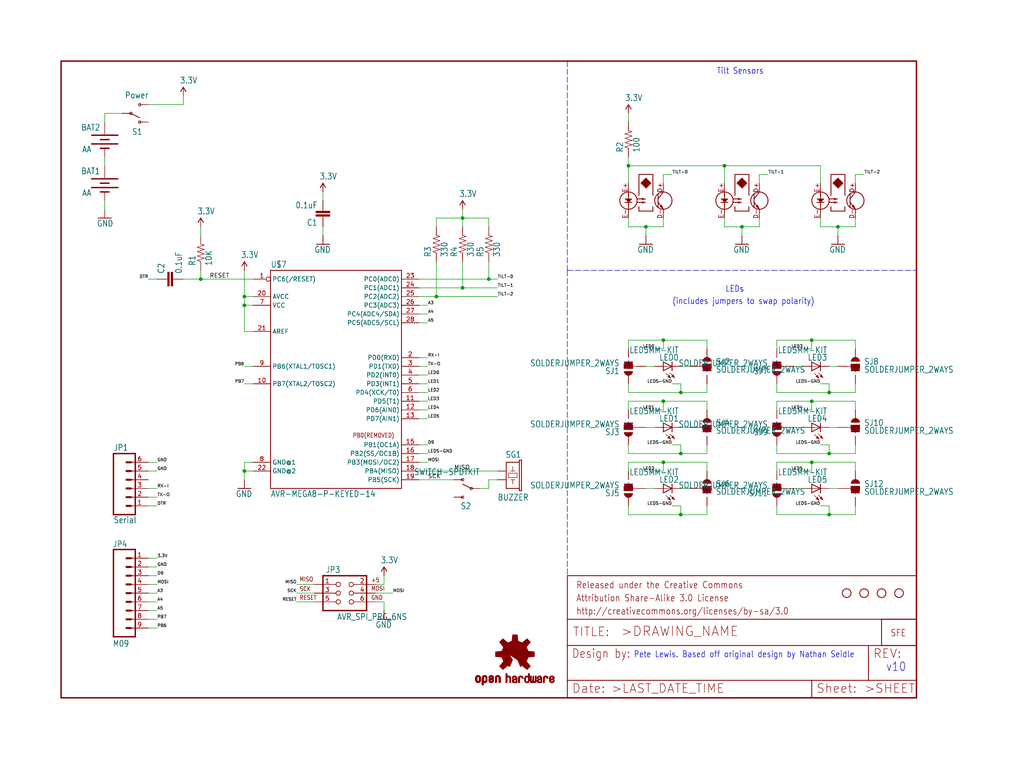
<source format=kicad_sch>
(kicad_sch (version 20211123) (generator eeschema)
  (paper "User" 298.018 223.926)
  (lib_symbols
    (symbol "eagleSchem-eagle-import:0.1UF-50V-20%(PTH)KIT-EZ"
      (property "Reference" "C" (at 1.524 2.921 0))
      (property "Value" "0.1UF-50V-20%(PTH)KIT-EZ" (at 1.524 -2.159 0))
      (symbol "0.1UF-50V-20%(PTH)KIT-EZ_1_0"
        (pin passive line (at 0 5.08 270) (length 2.54) (name "1") (number "1"))
        (pin passive line (at 0 -2.54 90) (length 2.54) (name "2") (number "2"))
      )
    )
    (symbol "eagleSchem-eagle-import:10KOHM1{slash}6W5%(PTH)KIT"
      (property "Reference" "R" (at -3.81 1.4986 0))
      (property "Value" "10KOHM1{slash}6W5%(PTH)KIT" (at -3.81 -3.302 0))
      (symbol "10KOHM1{slash}6W5%(PTH)KIT_1_0"
        (pin passive line (at -5.08 0 0) (length 2.54) (name "1") (number "P$1"))
        (pin passive line (at 5.08 0 180) (length 2.54) (name "2") (number "P$2"))
      )
    )
    (symbol "eagleSchem-eagle-import:3.3V" (power)
      (property "Value" "3.3V" (at -1.016 3.556 0))
      (symbol "3.3V_1_0"
        (pin power_in line (at 0 0 90) (length 2.54) (name "3.3V") (number "1"))
      )
    )
    (symbol "eagleSchem-eagle-import:AVR-MEGA8-P-KEYED-14"
      (property "Value" "AVR-MEGA8-P-KEYED-14" (at -17.78 -38.1 0))
      (symbol "AVR-MEGA8-P-KEYED-14_1_0"
        (text "PB0(REMOVED)" (at 6.096 -20.828 0) (effects (font (size 1.27 1.0795)) (justify left bottom)))
        (pin bidirectional inverted (at -22.86 25.4 0) (length 5.08) (name "PC6(/RESET)") (number "1"))
        (pin bidirectional line (at -22.86 -5.08 0) (length 5.08) (name "PB7(XTAL2/TOSC2)") (number "10"))
        (pin bidirectional line (at 25.4 -10.16 180) (length 5.08) (name "PD5(T1)") (number "11"))
        (pin bidirectional line (at 25.4 -12.7 180) (length 5.08) (name "PD6(AIN0)") (number "12"))
        (pin bidirectional line (at 25.4 -15.24 180) (length 5.08) (name "PD7(AIN1)") (number "13"))
        (pin bidirectional line (at 25.4 -22.86 180) (length 5.08) (name "PB1(OC1A)") (number "15"))
        (pin bidirectional line (at 25.4 -25.4 180) (length 5.08) (name "PB2(SS/OC1B)") (number "16"))
        (pin bidirectional line (at 25.4 -27.94 180) (length 5.08) (name "PB3(MOSI/OC2)") (number "17"))
        (pin bidirectional line (at 25.4 -30.48 180) (length 5.08) (name "PB4(MISO)") (number "18"))
        (pin bidirectional line (at 25.4 -33.02 180) (length 5.08) (name "PB5(SCK)") (number "19"))
        (pin bidirectional line (at 25.4 2.54 180) (length 5.08) (name "PD0(RXD)") (number "2"))
        (pin bidirectional line (at -22.86 20.32 0) (length 5.08) (name "AVCC") (number "20"))
        (pin bidirectional line (at -22.86 10.16 0) (length 5.08) (name "AREF") (number "21"))
        (pin bidirectional line (at -22.86 -30.48 0) (length 5.08) (name "GND@2") (number "22"))
        (pin bidirectional line (at 25.4 25.4 180) (length 5.08) (name "PC0(ADC0)") (number "23"))
        (pin bidirectional line (at 25.4 22.86 180) (length 5.08) (name "PC1(ADC1)") (number "24"))
        (pin bidirectional line (at 25.4 20.32 180) (length 5.08) (name "PC2(ADC2)") (number "25"))
        (pin bidirectional line (at 25.4 17.78 180) (length 5.08) (name "PC3(ADC3)") (number "26"))
        (pin bidirectional line (at 25.4 15.24 180) (length 5.08) (name "PC4(ADC4/SDA)") (number "27"))
        (pin bidirectional line (at 25.4 12.7 180) (length 5.08) (name "PC5(ADC5/SCL)") (number "28"))
        (pin bidirectional line (at 25.4 0 180) (length 5.08) (name "PD1(TXD)") (number "3"))
        (pin bidirectional line (at 25.4 -2.54 180) (length 5.08) (name "PD2(INT0)") (number "4"))
        (pin bidirectional line (at 25.4 -5.08 180) (length 5.08) (name "PD3(INT1)") (number "5"))
        (pin bidirectional line (at 25.4 -7.62 180) (length 5.08) (name "PD4(XCK/T0)") (number "6"))
        (pin bidirectional line (at -22.86 17.78 0) (length 5.08) (name "VCC") (number "7"))
        (pin bidirectional line (at -22.86 -27.94 0) (length 5.08) (name "GND@1") (number "8"))
        (pin bidirectional line (at -22.86 0 0) (length 5.08) (name "PB6(XTAL1/TOSC1)") (number "9"))
      )
    )
    (symbol "eagleSchem-eagle-import:AVR_SPI_PRG_6NS"
      (property "Reference" "J" (at -4.318 5.842 0))
      (property "Value" "AVR_SPI_PRG_6NS" (at -4.064 -7.62 0))
      (symbol "AVR_SPI_PRG_6NS_1_0"
        (text "+5" (at 8.89 3.048 0) (effects (font (size 1.27 1.0795)) (justify left bottom)))
        (text "GND" (at 8.89 -2.032 0) (effects (font (size 1.27 1.0795)) (justify left bottom)))
        (text "MISO" (at -11.938 3.302 0) (effects (font (size 1.27 1.0795)) (justify left bottom)))
        (text "MOSI" (at 8.89 0.635 0) (effects (font (size 1.27 1.0795)) (justify left bottom)))
        (text "RESET" (at -11.938 -2.032 0) (effects (font (size 1.27 1.0795)) (justify left bottom)))
        (text "SCK" (at -11.938 0.508 0) (effects (font (size 1.27 1.0795)) (justify left bottom)))
        (pin passive inverted (at -7.62 2.54 0) (length 7.62) (name "1") (number "1"))
        (pin passive inverted (at 10.16 2.54 180) (length 7.62) (name "2") (number "2"))
        (pin passive inverted (at -7.62 0 0) (length 7.62) (name "3") (number "3"))
        (pin passive inverted (at 10.16 0 180) (length 7.62) (name "4") (number "4"))
        (pin passive inverted (at -7.62 -2.54 0) (length 7.62) (name "5") (number "5"))
        (pin passive inverted (at 10.16 -2.54 180) (length 7.62) (name "6") (number "6"))
      )
    )
    (symbol "eagleSchem-eagle-import:BATTERYAA-KIT"
      (property "Reference" "BAT" (at -3.81 5.08 0))
      (property "Value" "BATTERYAA-KIT" (at -3.81 -6.35 0))
      (symbol "BATTERYAA-KIT_1_0"
        (pin power_in line (at 5.08 0 180) (length 2.54) (name "-") (number "GND@1"))
        (pin power_in line (at -5.08 0 0) (length 2.54) (name "+") (number "PWR@1"))
      )
    )
    (symbol "eagleSchem-eagle-import:BUZZERPTH-KIT"
      (property "Reference" "SG" (at -2.54 5.08 0))
      (property "Value" "BUZZERPTH-KIT" (at 6.35 0 0))
      (symbol "BUZZERPTH-KIT_1_0"
        (pin passive line (at 0 -2.54 90) (length 2.54) (name "1") (number "+"))
        (pin passive line (at 2.54 -2.54 90) (length 2.54) (name "2") (number "-"))
      )
    )
    (symbol "eagleSchem-eagle-import:FRAME-LETTER"
      (symbol "FRAME-LETTER_2_0"
        (text ">DRAWING_NAME" (at 15.494 17.78 0) (effects (font (size 2.7432 2.7432)) (justify left bottom)))
        (text ">LAST_DATE_TIME" (at 12.7 1.27 0) (effects (font (size 2.54 2.54)) (justify left bottom)))
        (text ">SHEET" (at 86.36 1.27 0) (effects (font (size 2.54 2.54)) (justify left bottom)))
        (text "Attribution Share-Alike 3.0 License" (at 2.54 27.94 0) (effects (font (size 1.9304 1.6408)) (justify left bottom)))
        (text "Date:" (at 1.27 1.27 0) (effects (font (size 2.54 2.54)) (justify left bottom)))
        (text "Design by:" (at 1.27 11.43 0) (effects (font (size 2.54 2.159)) (justify left bottom)))
        (text "http://creativecommons.org/licenses/by-sa/3.0" (at 2.54 24.13 0) (effects (font (size 1.9304 1.6408)) (justify left bottom)))
        (text "Released under the Creative Commons" (at 2.54 31.75 0) (effects (font (size 1.9304 1.6408)) (justify left bottom)))
        (text "REV:" (at 88.9 11.43 0) (effects (font (size 2.54 2.54)) (justify left bottom)))
        (text "Sheet:" (at 72.39 1.27 0) (effects (font (size 2.54 2.54)) (justify left bottom)))
        (text "TITLE:" (at 1.524 17.78 0) (effects (font (size 2.54 2.54)) (justify left bottom)))
      )
    )
    (symbol "eagleSchem-eagle-import:GND" (power)
      (property "Value" "GND" (at -2.54 -2.54 0))
      (symbol "GND_1_0"
        (pin power_in line (at 0 2.54 270) (length 2.54) (name "GND") (number "1"))
      )
    )
    (symbol "eagleSchem-eagle-import:LED5MM-KIT"
      (property "Reference" "LED" (at 3.556 -4.572 90))
      (property "Value" "LED5MM-KIT" (at 5.715 -4.572 90))
      (symbol "LED5MM-KIT_1_0"
        (pin passive line (at 0 2.54 270) (length 2.54) (name "A") (number "A"))
        (pin passive line (at 0 -5.08 90) (length 2.54) (name "C") (number "K"))
      )
    )
    (symbol "eagleSchem-eagle-import:LOGO-SFENEW"
      (symbol "LOGO-SFENEW_1_0"
        (text "SFE" (at 0 0 0) (effects (font (size 1.9304 1.6408)) (justify left bottom)))
      )
    )
    (symbol "eagleSchem-eagle-import:M06-SFENOSILK"
      (property "Reference" "JP" (at -5.08 10.922 0))
      (property "Value" "M06-SFENOSILK" (at -5.08 -10.16 0))
      (symbol "M06-SFENOSILK_1_0"
        (pin passive line (at 5.08 -5.08 180) (length 5.08) (name "1") (number "1"))
        (pin passive line (at 5.08 -2.54 180) (length 5.08) (name "2") (number "2"))
        (pin passive line (at 5.08 0 180) (length 5.08) (name "3") (number "3"))
        (pin passive line (at 5.08 2.54 180) (length 5.08) (name "4") (number "4"))
        (pin passive line (at 5.08 5.08 180) (length 5.08) (name "5") (number "5"))
        (pin passive line (at 5.08 7.62 180) (length 5.08) (name "6") (number "6"))
      )
    )
    (symbol "eagleSchem-eagle-import:M09"
      (property "Reference" "JP" (at 0 16.51 0))
      (property "Value" "M09" (at 0 -15.24 0))
      (symbol "M09_1_0"
        (pin passive line (at 10.16 -10.16 180) (length 5.08) (name "1") (number "1"))
        (pin passive line (at 10.16 -7.62 180) (length 5.08) (name "2") (number "2"))
        (pin passive line (at 10.16 -5.08 180) (length 5.08) (name "3") (number "3"))
        (pin passive line (at 10.16 -2.54 180) (length 5.08) (name "4") (number "4"))
        (pin passive line (at 10.16 0 180) (length 5.08) (name "5") (number "5"))
        (pin passive line (at 10.16 2.54 180) (length 5.08) (name "6") (number "6"))
        (pin passive line (at 10.16 5.08 180) (length 5.08) (name "7") (number "7"))
        (pin passive line (at 10.16 7.62 180) (length 5.08) (name "8") (number "8"))
        (pin passive line (at 10.16 10.16 180) (length 5.08) (name "9") (number "9"))
      )
    )
    (symbol "eagleSchem-eagle-import:OSHW-LOGOS")
    (symbol "eagleSchem-eagle-import:RESISTORAX-0.3-KIT"
      (property "Reference" "R" (at -3.81 1.4986 0))
      (property "Value" "RESISTORAX-0.3-KIT" (at -3.81 -3.302 0))
      (symbol "RESISTORAX-0.3-KIT_1_0"
        (pin passive line (at -5.08 0 0) (length 2.54) (name "1") (number "P$1"))
        (pin passive line (at 5.08 0 180) (length 2.54) (name "2") (number "P$2"))
      )
    )
    (symbol "eagleSchem-eagle-import:SOLDERJUMPER_2WAYS"
      (property "Reference" "SJ" (at 2.54 0.381 0))
      (property "Value" "SOLDERJUMPER_2WAYS" (at 2.54 -1.905 0))
      (symbol "SOLDERJUMPER_2WAYS_1_0"
        (pin passive line (at 0 5.08 270) (length 2.54) (name "1") (number "1"))
        (pin passive line (at -5.08 0 0) (length 2.54) (name "2") (number "2"))
        (pin passive line (at 0 -5.08 90) (length 2.54) (name "3") (number "3"))
      )
    )
    (symbol "eagleSchem-eagle-import:STAND-OFF")
    (symbol "eagleSchem-eagle-import:SWITCH-SPDTKIT"
      (property "Reference" "S" (at -1.905 -6.35 0))
      (property "Value" "SWITCH-SPDTKIT" (at -2.54 3.81 0))
      (symbol "SWITCH-SPDTKIT_1_0"
        (pin passive line (at 5.08 2.54 180) (length 2.54) (name "O") (number "1"))
        (pin passive line (at -2.54 0 0) (length 2.54) (name "P") (number "2"))
        (pin passive line (at 5.08 -2.54 180) (length 2.54) (name "S") (number "3"))
      )
    )
    (symbol "eagleSchem-eagle-import:TILT_SENSORV5"
      (symbol "TILT_SENSORV5_1_0"
        (pin bidirectional line (at 5.08 2.54 270) (length 2.54) (name "D+") (number "D+"))
        (pin bidirectional line (at 5.08 -7.62 90) (length 2.54) (name "D-") (number "D-"))
        (pin bidirectional line (at -5.08 2.54 270) (length 2.54) (name "E+") (number "E+"))
        (pin bidirectional line (at -5.08 -7.62 90) (length 2.54) (name "E-") (number "E-"))
      )
    )
  )
  (junction (at 215.9 66.04))
  (junction (at 243.84 66.04))
  (junction (at 142.24 81.28))
  (junction (at 241.3 132.08))
  (junction (at 210.82 48.26))
  (junction (at 241.3 114.3))
  (junction (at 193.04 116.84))
  (junction (at 241.3 149.86))
  (junction (at 236.22 134.62))
  (junction (at 193.04 99.06))
  (junction (at 127 86.36))
  (junction (at 236.22 116.84))
  (junction (at 71.12 88.9))
  (junction (at 134.62 83.82))
  (junction (at 198.12 149.86))
  (junction (at 71.12 86.36))
  (junction (at 187.96 66.04))
  (junction (at 71.12 137.16))
  (junction (at 236.22 99.06))
  (junction (at 58.42 81.28))
  (junction (at 134.62 63.5))
  (junction (at 193.04 134.62))
  (junction (at 198.12 132.08))
  (junction (at 198.12 114.3))
  (junction (at 182.88 48.26))
  (wire (pts (xy 241.3 142.24) (xy 243.84 142.24)))
  (wire (pts (xy 241.3 132.08) (xy 226.06 132.08)))
  (wire (pts (xy 71.12 137.16) (xy 71.12 139.7)))
  (wire (pts (xy 193.04 99.06) (xy 193.04 101.6)))
  (wire (pts (xy 248.92 134.62) (xy 236.22 134.62)))
  (wire (pts (xy 182.88 132.08) (xy 182.88 129.54)))
  (wire (pts (xy 182.88 114.3) (xy 182.88 111.76)))
  (wire (pts (xy 198.12 142.24) (xy 200.66 142.24)))
  (wire (pts (xy 205.74 114.3) (xy 198.12 114.3)))
  (wire (pts (xy 121.92 121.92) (xy 124.46 121.92)))
  (polyline (pts (xy 226.06 122.682) (xy 226.06 124.206)))
  (wire (pts (xy 236.22 134.62) (xy 236.22 137.16)))
  (wire (pts (xy 241.3 111.76) (xy 241.3 114.3)))
  (wire (pts (xy 121.92 111.76) (xy 124.46 111.76)))
  (wire (pts (xy 193.04 134.62) (xy 182.88 134.62)))
  (wire (pts (xy 238.76 111.76) (xy 241.3 111.76)))
  (wire (pts (xy 226.06 149.86) (xy 226.06 147.32)))
  (wire (pts (xy 236.22 116.84) (xy 236.22 119.38)))
  (wire (pts (xy 195.58 111.76) (xy 198.12 111.76)))
  (wire (pts (xy 220.98 50.8) (xy 220.98 53.34)))
  (wire (pts (xy 198.12 129.54) (xy 198.12 132.08)))
  (wire (pts (xy 91.44 170.18) (xy 86.36 170.18)))
  (wire (pts (xy 248.92 147.32) (xy 248.92 149.86)))
  (wire (pts (xy 182.88 33.02) (xy 182.88 35.56)))
  (wire (pts (xy 43.18 144.78) (xy 45.72 144.78)))
  (wire (pts (xy 248.92 149.86) (xy 241.3 149.86)))
  (wire (pts (xy 43.18 142.24) (xy 45.72 142.24)))
  (wire (pts (xy 43.18 172.72) (xy 45.72 172.72)))
  (wire (pts (xy 238.76 53.34) (xy 238.76 48.26)))
  (wire (pts (xy 193.04 119.38) (xy 190.5 119.38)))
  (wire (pts (xy 233.68 142.24) (xy 231.14 142.24)))
  (wire (pts (xy 121.92 83.82) (xy 134.62 83.82)))
  (wire (pts (xy 134.62 66.04) (xy 134.62 63.5)))
  (wire (pts (xy 205.74 134.62) (xy 193.04 134.62)))
  (wire (pts (xy 127 66.04) (xy 127 63.5)))
  (wire (pts (xy 30.48 45.72) (xy 30.48 48.26)))
  (wire (pts (xy 121.92 109.22) (xy 124.46 109.22)))
  (wire (pts (xy 205.74 111.76) (xy 205.74 114.3)))
  (wire (pts (xy 205.74 147.32) (xy 205.74 149.86)))
  (wire (pts (xy 236.22 116.84) (xy 226.06 116.84)))
  (wire (pts (xy 198.12 132.08) (xy 182.88 132.08)))
  (wire (pts (xy 43.18 134.62) (xy 45.72 134.62)))
  (wire (pts (xy 205.74 116.84) (xy 193.04 116.84)))
  (wire (pts (xy 134.62 63.5) (xy 134.62 60.96)))
  (wire (pts (xy 182.88 134.62) (xy 182.88 137.16)))
  (wire (pts (xy 109.22 175.26) (xy 111.76 175.26)))
  (wire (pts (xy 43.18 137.16) (xy 45.72 137.16)))
  (wire (pts (xy 233.68 124.46) (xy 231.14 124.46)))
  (wire (pts (xy 121.92 86.36) (xy 127 86.36)))
  (wire (pts (xy 226.06 99.06) (xy 226.06 101.6)))
  (polyline (pts (xy 248.92 106.68) (xy 248.92 108.458)))
  (wire (pts (xy 220.98 66.04) (xy 215.9 66.04)))
  (polyline (pts (xy 182.88 140.462) (xy 182.88 141.986)))
  (wire (pts (xy 236.22 99.06) (xy 226.06 99.06)))
  (wire (pts (xy 45.72 81.28) (xy 43.18 81.28)))
  (wire (pts (xy 111.76 175.26) (xy 111.76 177.8)))
  (wire (pts (xy 215.9 66.04) (xy 215.9 68.58)))
  (wire (pts (xy 248.92 50.8) (xy 251.46 50.8)))
  (wire (pts (xy 238.76 66.04) (xy 243.84 66.04)))
  (wire (pts (xy 73.66 106.68) (xy 71.12 106.68)))
  (wire (pts (xy 195.58 147.32) (xy 198.12 147.32)))
  (wire (pts (xy 205.74 149.86) (xy 198.12 149.86)))
  (wire (pts (xy 109.22 172.72) (xy 114.3 172.72)))
  (wire (pts (xy 121.92 88.9) (xy 124.46 88.9)))
  (wire (pts (xy 248.92 50.8) (xy 248.92 53.34)))
  (wire (pts (xy 210.82 48.26) (xy 182.88 48.26)))
  (wire (pts (xy 193.04 116.84) (xy 193.04 119.38)))
  (polyline (pts (xy 182.88 104.902) (xy 182.88 106.426)))
  (wire (pts (xy 241.3 114.3) (xy 226.06 114.3)))
  (wire (pts (xy 30.48 33.02) (xy 35.56 33.02)))
  (wire (pts (xy 248.92 66.04) (xy 243.84 66.04)))
  (wire (pts (xy 73.66 137.16) (xy 71.12 137.16)))
  (wire (pts (xy 109.22 170.18) (xy 111.76 170.18)))
  (wire (pts (xy 43.18 175.26) (xy 45.72 175.26)))
  (wire (pts (xy 182.88 116.84) (xy 182.88 119.38)))
  (wire (pts (xy 193.04 63.5) (xy 193.04 66.04)))
  (wire (pts (xy 210.82 63.5) (xy 210.82 66.04)))
  (polyline (pts (xy 205.74 142.24) (xy 205.74 144.018)))
  (wire (pts (xy 73.66 88.9) (xy 71.12 88.9)))
  (wire (pts (xy 248.92 119.38) (xy 248.92 116.84)))
  (wire (pts (xy 220.98 63.5) (xy 220.98 66.04)))
  (wire (pts (xy 121.92 114.3) (xy 124.46 114.3)))
  (wire (pts (xy 226.06 134.62) (xy 226.06 137.16)))
  (wire (pts (xy 71.12 86.36) (xy 71.12 78.74)))
  (wire (pts (xy 243.84 66.04) (xy 243.84 68.58)))
  (wire (pts (xy 30.48 33.02) (xy 30.48 35.56)))
  (wire (pts (xy 127 76.2) (xy 127 86.36)))
  (wire (pts (xy 248.92 99.06) (xy 236.22 99.06)))
  (wire (pts (xy 73.66 134.62) (xy 71.12 134.62)))
  (wire (pts (xy 187.96 66.04) (xy 187.96 68.58)))
  (wire (pts (xy 58.42 81.28) (xy 53.34 81.28)))
  (wire (pts (xy 193.04 66.04) (xy 187.96 66.04)))
  (wire (pts (xy 73.66 81.28) (xy 58.42 81.28)))
  (wire (pts (xy 121.92 132.08) (xy 124.46 132.08)))
  (wire (pts (xy 43.18 165.1) (xy 45.72 165.1)))
  (wire (pts (xy 73.66 111.76) (xy 71.12 111.76)))
  (wire (pts (xy 121.92 119.38) (xy 124.46 119.38)))
  (wire (pts (xy 43.18 167.64) (xy 45.72 167.64)))
  (wire (pts (xy 134.62 76.2) (xy 134.62 83.82)))
  (wire (pts (xy 142.24 63.5) (xy 134.62 63.5)))
  (wire (pts (xy 238.76 147.32) (xy 241.3 147.32)))
  (wire (pts (xy 205.74 119.38) (xy 205.74 116.84)))
  (wire (pts (xy 111.76 170.18) (xy 111.76 167.64)))
  (wire (pts (xy 93.98 68.58) (xy 93.98 66.04)))
  (wire (pts (xy 205.74 132.08) (xy 198.12 132.08)))
  (wire (pts (xy 142.24 81.28) (xy 144.78 81.28)))
  (wire (pts (xy 43.18 170.18) (xy 45.72 170.18)))
  (wire (pts (xy 58.42 66.04) (xy 58.42 68.58)))
  (wire (pts (xy 190.5 124.46) (xy 187.96 124.46)))
  (wire (pts (xy 43.18 147.32) (xy 45.72 147.32)))
  (wire (pts (xy 121.92 106.68) (xy 124.46 106.68)))
  (wire (pts (xy 91.44 172.72) (xy 86.36 172.72)))
  (wire (pts (xy 236.22 119.38) (xy 233.68 119.38)))
  (wire (pts (xy 91.44 175.26) (xy 86.36 175.26)))
  (wire (pts (xy 73.66 96.52) (xy 71.12 96.52)))
  (wire (pts (xy 93.98 58.42) (xy 93.98 55.88)))
  (wire (pts (xy 248.92 101.6) (xy 248.92 99.06)))
  (wire (pts (xy 142.24 142.24) (xy 142.24 139.7)))
  (polyline (pts (xy 165.1 78.74) (xy 165.1 167.64)))
  (wire (pts (xy 182.88 53.34) (xy 182.88 48.26)))
  (wire (pts (xy 134.62 83.82) (xy 144.78 83.82)))
  (wire (pts (xy 193.04 137.16) (xy 190.5 137.16)))
  (wire (pts (xy 193.04 116.84) (xy 182.88 116.84)))
  (wire (pts (xy 73.66 86.36) (xy 71.12 86.36)))
  (wire (pts (xy 238.76 129.54) (xy 241.3 129.54)))
  (wire (pts (xy 193.04 53.34) (xy 193.04 50.8)))
  (wire (pts (xy 210.82 53.34) (xy 210.82 48.26)))
  (wire (pts (xy 43.18 177.8) (xy 45.72 177.8)))
  (wire (pts (xy 248.92 111.76) (xy 248.92 114.3)))
  (wire (pts (xy 248.92 114.3) (xy 241.3 114.3)))
  (wire (pts (xy 142.24 139.7) (xy 144.78 139.7)))
  (polyline (pts (xy 248.92 142.24) (xy 248.92 144.018)))
  (wire (pts (xy 30.48 60.96) (xy 30.48 58.42)))
  (wire (pts (xy 236.22 101.6) (xy 233.68 101.6)))
  (wire (pts (xy 142.24 76.2) (xy 142.24 81.28)))
  (wire (pts (xy 238.76 63.5) (xy 238.76 66.04)))
  (wire (pts (xy 71.12 88.9) (xy 71.12 86.36)))
  (polyline (pts (xy 205.74 106.68) (xy 205.74 108.458)))
  (wire (pts (xy 43.18 182.88) (xy 45.72 182.88)))
  (wire (pts (xy 198.12 114.3) (xy 182.88 114.3)))
  (wire (pts (xy 238.76 48.26) (xy 210.82 48.26)))
  (wire (pts (xy 182.88 99.06) (xy 193.04 99.06)))
  (wire (pts (xy 198.12 111.76) (xy 198.12 114.3)))
  (wire (pts (xy 121.92 116.84) (xy 124.46 116.84)))
  (polyline (pts (xy 165.1 17.78) (xy 165.1 78.74)))
  (wire (pts (xy 241.3 147.32) (xy 241.3 149.86)))
  (wire (pts (xy 71.12 134.62) (xy 71.12 137.16)))
  (wire (pts (xy 182.88 149.86) (xy 182.88 147.32)))
  (wire (pts (xy 182.88 66.04) (xy 187.96 66.04)))
  (polyline (pts (xy 205.74 124.46) (xy 205.74 126.238)))
  (wire (pts (xy 233.68 106.68) (xy 231.14 106.68)))
  (wire (pts (xy 43.18 30.48) (xy 53.34 30.48)))
  (wire (pts (xy 205.74 129.54) (xy 205.74 132.08)))
  (wire (pts (xy 190.5 106.68) (xy 187.96 106.68)))
  (wire (pts (xy 139.7 142.24) (xy 142.24 142.24)))
  (wire (pts (xy 121.92 93.98) (xy 124.46 93.98)))
  (wire (pts (xy 205.74 101.6) (xy 205.74 99.06)))
  (wire (pts (xy 248.92 63.5) (xy 248.92 66.04)))
  (wire (pts (xy 121.92 137.16) (xy 144.78 137.16)))
  (polyline (pts (xy 226.06 140.462) (xy 226.06 141.986)))
  (wire (pts (xy 236.22 99.06) (xy 236.22 101.6)))
  (wire (pts (xy 248.92 132.08) (xy 241.3 132.08)))
  (wire (pts (xy 182.88 101.6) (xy 182.88 99.06)))
  (wire (pts (xy 241.3 129.54) (xy 241.3 132.08)))
  (wire (pts (xy 226.06 132.08) (xy 226.06 129.54)))
  (wire (pts (xy 248.92 137.16) (xy 248.92 134.62)))
  (wire (pts (xy 190.5 142.24) (xy 187.96 142.24)))
  (wire (pts (xy 210.82 66.04) (xy 215.9 66.04)))
  (wire (pts (xy 53.34 27.94) (xy 53.34 30.48)))
  (wire (pts (xy 195.58 129.54) (xy 198.12 129.54)))
  (wire (pts (xy 198.12 124.46) (xy 200.66 124.46)))
  (wire (pts (xy 241.3 106.68) (xy 243.84 106.68)))
  (wire (pts (xy 226.06 114.3) (xy 226.06 111.76)))
  (wire (pts (xy 248.92 129.54) (xy 248.92 132.08)))
  (wire (pts (xy 121.92 91.44) (xy 124.46 91.44)))
  (wire (pts (xy 241.3 124.46) (xy 243.84 124.46)))
  (wire (pts (xy 236.22 137.16) (xy 233.68 137.16)))
  (wire (pts (xy 127 86.36) (xy 144.78 86.36)))
  (wire (pts (xy 142.24 66.04) (xy 142.24 63.5)))
  (wire (pts (xy 121.92 129.54) (xy 124.46 129.54)))
  (wire (pts (xy 182.88 48.26) (xy 182.88 45.72)))
  (wire (pts (xy 43.18 180.34) (xy 45.72 180.34)))
  (wire (pts (xy 71.12 96.52) (xy 71.12 88.9)))
  (wire (pts (xy 121.92 134.62) (xy 124.46 134.62)))
  (wire (pts (xy 198.12 147.32) (xy 198.12 149.86)))
  (wire (pts (xy 193.04 101.6) (xy 190.5 101.6)))
  (wire (pts (xy 198.12 149.86) (xy 182.88 149.86)))
  (polyline (pts (xy 248.92 124.46) (xy 248.92 126.238)))
  (wire (pts (xy 241.3 149.86) (xy 226.06 149.86)))
  (wire (pts (xy 193.04 50.8) (xy 195.58 50.8)))
  (polyline (pts (xy 182.88 122.682) (xy 182.88 124.206)))
  (wire (pts (xy 205.74 137.16) (xy 205.74 134.62)))
  (wire (pts (xy 121.92 104.14) (xy 124.46 104.14)))
  (polyline (pts (xy 226.06 104.902) (xy 226.06 106.426)))
  (wire (pts (xy 127 63.5) (xy 134.62 63.5)))
  (wire (pts (xy 226.06 116.84) (xy 226.06 119.38)))
  (wire (pts (xy 43.18 162.56) (xy 45.72 162.56)))
  (wire (pts (xy 121.92 139.7) (xy 132.08 139.7)))
  (wire (pts (xy 236.22 134.62) (xy 226.06 134.62)))
  (wire (pts (xy 182.88 63.5) (xy 182.88 66.04)))
  (wire (pts (xy 205.74 99.06) (xy 193.04 99.06)))
  (wire (pts (xy 248.92 116.84) (xy 236.22 116.84)))
  (wire (pts (xy 121.92 81.28) (xy 142.24 81.28)))
  (wire (pts (xy 220.98 50.8) (xy 223.52 50.8)))
  (wire (pts (xy 58.42 78.74) (xy 58.42 81.28)))
  (wire (pts (xy 193.04 134.62) (xy 193.04 137.16)))
  (wire (pts (xy 200.66 106.68) (xy 198.12 106.68)))
  (polyline (pts (xy 165.1 78.74) (xy 266.7 78.74)))
  (text "LEDs" (at 211.074 85.344 180) (effects (font (size 1.778 1.5113)) (justify left bottom)))
  (text "Pete Lewis. Based off original design by Nathan Seidle" (at 184.404 191.77 0) (effects (font (size 1.778 1.5113)) (justify left bottom)))
  (text "Tilt Sensors" (at 208.534 21.844 180) (effects (font (size 1.778 1.5113)) (justify left bottom)))
  (text "v10" (at 257.81 195.834 180) (effects (font (size 2.54 2.159)) (justify left bottom)))
  (text "(includes jumpers to swap polarity)" (at 195.58 88.9 180) (effects (font (size 1.778 1.5113)) (justify left bottom)))
  (label "DTR" (at 43.18 81.28 180) (effects (font (size 0.889 0.889))))
  (label "D9" (at 124.46 129.54 0) (effects (font (size 0.889 0.889))))
  (label "LED0" (at 190.5 101.6 180) (effects (font (size 0.889 0.889))))
  (label "LEDS-GND" (at 238.76 111.76 180) (effects (font (size 0.889 0.889))))
  (label "MOSI" (at 114.3 172.72 0) (effects (font (size 0.889 0.889))))
  (label "TX-O" (at 45.72 144.78 0) (effects (font (size 0.889 0.889))))
  (label "LEDS-GND" (at 195.58 111.76 180) (effects (font (size 0.889 0.889))))
  (label "PB7" (at 45.72 180.34 0) (effects (font (size 0.889 0.889))))
  (label "LED4" (at 124.46 119.38 0) (effects (font (size 0.889 0.889))))
  (label "LEDS-GND" (at 238.76 147.32 180) (effects (font (size 0.889 0.889))))
  (label "LEDS-GND" (at 124.46 132.08 0) (effects (font (size 0.889 0.889))))
  (label "SCK" (at 124.46 139.7 0) (effects (font (size 1.2446 1.2446))))
  (label "GND" (at 45.72 165.1 0) (effects (font (size 0.889 0.889))))
  (label "LEDS-GND" (at 195.58 129.54 180) (effects (font (size 0.889 0.889))))
  (label "TILT-2" (at 251.46 50.8 0) (effects (font (size 0.889 0.889))))
  (label "LED2" (at 190.5 137.16 180) (effects (font (size 0.889 0.889))))
  (label "RX-I" (at 124.46 104.14 0) (effects (font (size 0.889 0.889))))
  (label "LED0" (at 124.46 109.22 0) (effects (font (size 0.889 0.889))))
  (label "A3" (at 45.72 172.72 0) (effects (font (size 0.889 0.889))))
  (label "TILT-0" (at 144.78 81.28 0) (effects (font (size 0.889 0.889))))
  (label "LEDS-GND" (at 238.76 129.54 180) (effects (font (size 0.889 0.889))))
  (label "MOSI" (at 124.46 134.62 0) (effects (font (size 0.889 0.889))))
  (label "PB7" (at 71.12 111.76 180) (effects (font (size 0.889 0.889))))
  (label "LEDS-GND" (at 195.58 147.32 180) (effects (font (size 0.889 0.889))))
  (label "A3" (at 124.46 88.9 0) (effects (font (size 0.889 0.889))))
  (label "RESET" (at 86.36 175.26 180) (effects (font (size 0.889 0.889))))
  (label "MOSI" (at 45.72 170.18 0) (effects (font (size 0.889 0.889))))
  (label "A4" (at 45.72 175.26 0) (effects (font (size 0.889 0.889))))
  (label "TILT-0" (at 195.58 50.8 0) (effects (font (size 0.889 0.889))))
  (label "LED3" (at 233.68 101.6 180) (effects (font (size 0.889 0.889))))
  (label "SCK" (at 86.36 172.72 180) (effects (font (size 0.889 0.889))))
  (label "DTR" (at 45.72 147.32 0) (effects (font (size 0.889 0.889))))
  (label "LED2" (at 124.46 114.3 0) (effects (font (size 0.889 0.889))))
  (label "TILT-2" (at 144.78 86.36 0) (effects (font (size 0.889 0.889))))
  (label "A5" (at 124.46 93.98 0) (effects (font (size 0.889 0.889))))
  (label "LED5" (at 124.46 121.92 0) (effects (font (size 0.889 0.889))))
  (label "TX-O" (at 124.46 106.68 0) (effects (font (size 0.889 0.889))))
  (label "LED4" (at 233.68 119.38 180) (effects (font (size 0.889 0.889))))
  (label "3.3V" (at 45.72 162.56 0) (effects (font (size 0.889 0.889))))
  (label "LED1" (at 190.5 119.38 180) (effects (font (size 0.889 0.889))))
  (label "LED5" (at 233.68 137.16 180) (effects (font (size 0.889 0.889))))
  (label "GND" (at 45.72 137.16 0) (effects (font (size 0.889 0.889))))
  (label "LED3" (at 124.46 116.84 0) (effects (font (size 0.889 0.889))))
  (label "PB6" (at 45.72 182.88 0) (effects (font (size 0.889 0.889))))
  (label "A4" (at 124.46 91.44 0) (effects (font (size 0.889 0.889))))
  (label "A5" (at 45.72 177.8 0) (effects (font (size 0.889 0.889))))
  (label "GND" (at 45.72 134.62 0) (effects (font (size 0.889 0.889))))
  (label "D9" (at 45.72 167.64 0) (effects (font (size 0.889 0.889))))
  (label "PB6" (at 71.12 106.68 180) (effects (font (size 0.889 0.889))))
  (label "MISO" (at 132.08 137.16 0) (effects (font (size 1.2446 1.2446))))
  (label "TILT-1" (at 144.78 83.82 0) (effects (font (size 0.889 0.889))))
  (label "RESET" (at 60.96 81.28 0) (effects (font (size 1.2446 1.2446))))
  (label "MISO" (at 86.36 170.18 180) (effects (font (size 0.889 0.889))))
  (label "RX-I" (at 45.72 142.24 0) (effects (font (size 0.889 0.889))))
  (label "TILT-1" (at 223.52 50.8 0) (effects (font (size 0.889 0.889))))
  (label "LED1" (at 124.46 111.76 0) (effects (font (size 0.889 0.889))))
  (symbol (lib_id "eagleSchem-eagle-import:LED5MM-KIT") (at 236.22 124.46 90) (unit 1)
    (property "Reference" "LED4" (at 240.792 120.904 90) (effects (font (size 1.778 1.5113)) (justify left bottom)))
    (property "Value" "LED5MM-KIT" (at 240.792 118.745 90) (effects (font (size 1.778 1.5113)) (justify left bottom)))
    (property "Footprint" "eagleSchem:LED5MM-KIT" (effects hide))
  )
  (symbol (lib_id "eagleSchem-eagle-import:RESISTORAX-0.3-KIT") (at 142.24 71.12 90) (unit 1)
    (property "Reference" "R5" (at 140.7414 74.93 0) (effects (font (size 1.778 1.5113)) (justify left bottom)))
    (property "Value" "330" (at 145.542 74.93 0) (effects (font (size 1.778 1.5113)) (justify left bottom)))
    (property "Footprint" "eagleSchem:AXIAL-0.3-KIT" (effects hide))
  )
  (symbol (lib_id "eagleSchem-eagle-import:BUZZERPTH-KIT") (at 147.32 137.16 270) (unit 1)
    (property "Reference" "SG1" (at 147.066 133.35 90) (effects (font (size 1.778 1.5113)) (justify left bottom)))
    (property "Value" "BUZZER" (at 144.78 145.796 90) (effects (font (size 1.778 1.5113)) (justify left bottom)))
    (property "Footprint" "eagleSchem:BUZZER-12MM-KIT" (effects hide))
  )
  (symbol (lib_id "eagleSchem-eagle-import:FRAME-LETTER") (at 165.1 203.2 0) (unit 2)
    (property "Reference" "FRAME1" (effects hide))
    (property "Value" "FRAME-LETTER" (effects hide))
    (property "Footprint" "eagleSchem:CREATIVE_COMMONS" (effects hide))
  )
  (symbol (lib_id "eagleSchem-eagle-import:SWITCH-SPDTKIT") (at 38.1 33.02 0) (mirror x) (unit 1)
    (property "Reference" "S1" (at 38.354 39.37 0) (effects (font (size 1.778 1.5113)) (justify left top)))
    (property "Value" "Power" (at 36.322 28.702 0) (effects (font (size 1.778 1.5113)) (justify left top)))
    (property "Footprint" "eagleSchem:SWITCH-SPDT_KIT" (effects hide))
  )
  (symbol (lib_id "eagleSchem-eagle-import:3.3V") (at 111.76 167.64 0) (unit 1)
    (property "Reference" "#P+4" (effects hide))
    (property "Value" "3.3V" (at 110.744 164.084 0) (effects (font (size 1.778 1.5113)) (justify left bottom)))
    (property "Footprint" "eagleSchem:" (effects hide))
  )
  (symbol (lib_id "eagleSchem-eagle-import:GND") (at 71.12 142.24 0) (unit 1)
    (property "Reference" "#GND7" (effects hide))
    (property "Value" "GND" (at 68.58 144.78 0) (effects (font (size 1.778 1.5113)) (justify left bottom)))
    (property "Footprint" "eagleSchem:" (effects hide))
  )
  (symbol (lib_id "eagleSchem-eagle-import:3.3V") (at 53.34 27.94 0) (unit 1)
    (property "Reference" "#P+1" (effects hide))
    (property "Value" "3.3V" (at 52.324 24.384 0) (effects (font (size 1.778 1.5113)) (justify left bottom)))
    (property "Footprint" "eagleSchem:" (effects hide))
  )
  (symbol (lib_id "eagleSchem-eagle-import:SOLDERJUMPER_2WAYS") (at 182.88 142.24 180) (unit 1)
    (property "Reference" "SJ5" (at 180.34 142.621 0) (effects (font (size 1.778 1.5113)) (justify left bottom)))
    (property "Value" "SOLDERJUMPER_2WAYS" (at 180.34 140.335 0) (effects (font (size 1.778 1.5113)) (justify left bottom)))
    (property "Footprint" "eagleSchem:SJ_3" (effects hide))
  )
  (symbol (lib_id "eagleSchem-eagle-import:M06-SFENOSILK") (at 38.1 142.24 0) (unit 1)
    (property "Reference" "JP1" (at 33.02 131.318 0) (effects (font (size 1.778 1.5113)) (justify left bottom)))
    (property "Value" "Serial" (at 33.02 152.4 0) (effects (font (size 1.778 1.5113)) (justify left bottom)))
    (property "Footprint" "eagleSchem:1X06-NOSILK" (effects hide))
  )
  (symbol (lib_id "eagleSchem-eagle-import:FRAME-LETTER") (at 17.78 203.2 0) (unit 1)
    (property "Reference" "FRAME1" (effects hide))
    (property "Value" "FRAME-LETTER" (effects hide))
    (property "Footprint" "eagleSchem:CREATIVE_COMMONS" (effects hide))
  )
  (symbol (lib_id "eagleSchem-eagle-import:SOLDERJUMPER_2WAYS") (at 226.06 106.68 180) (unit 1)
    (property "Reference" "SJ7" (at 223.52 107.061 0) (effects (font (size 1.778 1.5113)) (justify left bottom)))
    (property "Value" "SOLDERJUMPER_2WAYS" (at 223.52 104.775 0) (effects (font (size 1.778 1.5113)) (justify left bottom)))
    (property "Footprint" "eagleSchem:SJ_3" (effects hide))
  )
  (symbol (lib_id "eagleSchem-eagle-import:SOLDERJUMPER_2WAYS") (at 205.74 106.68 0) (unit 1)
    (property "Reference" "SJ2" (at 208.28 106.299 0) (effects (font (size 1.778 1.5113)) (justify left bottom)))
    (property "Value" "SOLDERJUMPER_2WAYS" (at 208.28 108.585 0) (effects (font (size 1.778 1.5113)) (justify left bottom)))
    (property "Footprint" "eagleSchem:SJ_3" (effects hide))
  )
  (symbol (lib_id "eagleSchem-eagle-import:3.3V") (at 58.42 66.04 0) (unit 1)
    (property "Reference" "#P+3" (effects hide))
    (property "Value" "3.3V" (at 57.404 62.484 0) (effects (font (size 1.778 1.5113)) (justify left bottom)))
    (property "Footprint" "eagleSchem:" (effects hide))
  )
  (symbol (lib_id "eagleSchem-eagle-import:SOLDERJUMPER_2WAYS") (at 226.06 124.46 180) (unit 1)
    (property "Reference" "SJ9" (at 223.52 124.841 0) (effects (font (size 1.778 1.5113)) (justify left bottom)))
    (property "Value" "SOLDERJUMPER_2WAYS" (at 223.52 122.555 0) (effects (font (size 1.778 1.5113)) (justify left bottom)))
    (property "Footprint" "eagleSchem:SJ_3" (effects hide))
  )
  (symbol (lib_id "eagleSchem-eagle-import:GND") (at 215.9 71.12 0) (unit 1)
    (property "Reference" "#GND5" (effects hide))
    (property "Value" "GND" (at 213.36 73.66 0) (effects (font (size 1.778 1.5113)) (justify left bottom)))
    (property "Footprint" "eagleSchem:" (effects hide))
  )
  (symbol (lib_id "eagleSchem-eagle-import:AVR-MEGA8-P-KEYED-14") (at 96.52 106.68 0) (unit 1)
    (property "Reference" "U$7" (at 78.74 77.978 0) (effects (font (size 1.778 1.5113)) (justify left bottom)))
    (property "Value" "AVR-MEGA8-P-KEYED-14" (at 78.74 144.78 0) (effects (font (size 1.778 1.5113)) (justify left bottom)))
    (property "Footprint" "eagleSchem:DIL28-3_KEYED-14" (effects hide))
  )
  (symbol (lib_id "eagleSchem-eagle-import:BATTERYAA-KIT") (at 30.48 40.64 90) (mirror x) (unit 1)
    (property "Reference" "BAT2" (at 29.21 38.1 90) (effects (font (size 1.778 1.5113)) (justify left bottom)))
    (property "Value" "AA" (at 26.67 44.45 90) (effects (font (size 1.778 1.5113)) (justify left bottom)))
    (property "Footprint" "eagleSchem:BATTERY-AA-KIT" (effects hide))
  )
  (symbol (lib_id "eagleSchem-eagle-import:AVR_SPI_PRG_6NS") (at 99.06 172.72 0) (unit 1)
    (property "Reference" "JP3" (at 94.742 166.878 0) (effects (font (size 1.778 1.5113)) (justify left bottom)))
    (property "Value" "AVR_SPI_PRG_6NS" (at 98.044 180.594 0) (effects (font (size 1.778 1.5113)) (justify left bottom)))
    (property "Footprint" "eagleSchem:2X3-NS" (effects hide))
  )
  (symbol (lib_id "eagleSchem-eagle-import:LED5MM-KIT") (at 193.04 106.68 90) (unit 1)
    (property "Reference" "LED0" (at 197.612 103.124 90) (effects (font (size 1.778 1.5113)) (justify left bottom)))
    (property "Value" "LED5MM-KIT" (at 197.612 100.965 90) (effects (font (size 1.778 1.5113)) (justify left bottom)))
    (property "Footprint" "eagleSchem:LED5MM-KIT" (effects hide))
  )
  (symbol (lib_id "eagleSchem-eagle-import:SWITCH-SPDTKIT") (at 137.16 142.24 0) (mirror y) (unit 1)
    (property "Reference" "S2" (at 137.16 148.336 0) (effects (font (size 1.778 1.5113)) (justify left bottom)))
    (property "Value" "SWITCH-SPDTKIT" (at 139.7 138.43 0) (effects (font (size 1.778 1.5113)) (justify left bottom)))
    (property "Footprint" "eagleSchem:SWITCH-SPDT_KIT" (effects hide))
  )
  (symbol (lib_id "eagleSchem-eagle-import:RESISTORAX-0.3-KIT") (at 127 71.12 90) (unit 1)
    (property "Reference" "R3" (at 125.5014 74.93 0) (effects (font (size 1.778 1.5113)) (justify left bottom)))
    (property "Value" "330" (at 130.302 74.93 0) (effects (font (size 1.778 1.5113)) (justify left bottom)))
    (property "Footprint" "eagleSchem:AXIAL-0.3-KIT" (effects hide))
  )
  (symbol (lib_id "eagleSchem-eagle-import:SOLDERJUMPER_2WAYS") (at 248.92 106.68 0) (unit 1)
    (property "Reference" "SJ8" (at 251.46 106.299 0) (effects (font (size 1.778 1.5113)) (justify left bottom)))
    (property "Value" "SOLDERJUMPER_2WAYS" (at 251.46 108.585 0) (effects (font (size 1.778 1.5113)) (justify left bottom)))
    (property "Footprint" "eagleSchem:SJ_3" (effects hide))
  )
  (symbol (lib_id "eagleSchem-eagle-import:GND") (at 243.84 71.12 0) (unit 1)
    (property "Reference" "#GND6" (effects hide))
    (property "Value" "GND" (at 241.3 73.66 0) (effects (font (size 1.778 1.5113)) (justify left bottom)))
    (property "Footprint" "eagleSchem:" (effects hide))
  )
  (symbol (lib_id "eagleSchem-eagle-import:SOLDERJUMPER_2WAYS") (at 248.92 124.46 0) (unit 1)
    (property "Reference" "SJ10" (at 251.46 124.079 0) (effects (font (size 1.778 1.5113)) (justify left bottom)))
    (property "Value" "SOLDERJUMPER_2WAYS" (at 251.46 126.365 0) (effects (font (size 1.778 1.5113)) (justify left bottom)))
    (property "Footprint" "eagleSchem:SJ_3" (effects hide))
  )
  (symbol (lib_id "eagleSchem-eagle-import:TILT_SENSORV5") (at 187.96 55.88 0) (unit 1)
    (property "Reference" "U$4" (effects hide))
    (property "Value" "TILT_SENSORV5" (effects hide))
    (property "Footprint" "eagleSchem:TILT_SENSOR_V5" (effects hide))
  )
  (symbol (lib_id "eagleSchem-eagle-import:GND") (at 111.76 180.34 0) (unit 1)
    (property "Reference" "#GND4" (effects hide))
    (property "Value" "GND" (at 109.22 182.88 0) (effects (font (size 1.778 1.5113)) (justify left bottom)))
    (property "Footprint" "eagleSchem:" (effects hide))
  )
  (symbol (lib_id "eagleSchem-eagle-import:SOLDERJUMPER_2WAYS") (at 205.74 124.46 0) (unit 1)
    (property "Reference" "SJ4" (at 208.28 124.079 0) (effects (font (size 1.778 1.5113)) (justify left bottom)))
    (property "Value" "SOLDERJUMPER_2WAYS" (at 208.28 126.365 0) (effects (font (size 1.778 1.5113)) (justify left bottom)))
    (property "Footprint" "eagleSchem:SJ_3" (effects hide))
  )
  (symbol (lib_id "eagleSchem-eagle-import:SOLDERJUMPER_2WAYS") (at 182.88 106.68 180) (unit 1)
    (property "Reference" "SJ1" (at 180.34 107.061 0) (effects (font (size 1.778 1.5113)) (justify left bottom)))
    (property "Value" "SOLDERJUMPER_2WAYS" (at 180.34 104.775 0) (effects (font (size 1.778 1.5113)) (justify left bottom)))
    (property "Footprint" "eagleSchem:SJ_3" (effects hide))
  )
  (symbol (lib_id "eagleSchem-eagle-import:SOLDERJUMPER_2WAYS") (at 226.06 142.24 180) (unit 1)
    (property "Reference" "SJ11" (at 223.52 142.621 0) (effects (font (size 1.778 1.5113)) (justify left bottom)))
    (property "Value" "SOLDERJUMPER_2WAYS" (at 223.52 140.335 0) (effects (font (size 1.778 1.5113)) (justify left bottom)))
    (property "Footprint" "eagleSchem:SJ_3" (effects hide))
  )
  (symbol (lib_id "eagleSchem-eagle-import:LED5MM-KIT") (at 236.22 106.68 90) (unit 1)
    (property "Reference" "LED3" (at 240.792 103.124 90) (effects (font (size 1.778 1.5113)) (justify left bottom)))
    (property "Value" "LED5MM-KIT" (at 240.792 100.965 90) (effects (font (size 1.778 1.5113)) (justify left bottom)))
    (property "Footprint" "eagleSchem:LED5MM-KIT" (effects hide))
  )
  (symbol (lib_id "eagleSchem-eagle-import:TILT_SENSORV5") (at 243.84 55.88 0) (unit 1)
    (property "Reference" "U$6" (effects hide))
    (property "Value" "TILT_SENSORV5" (effects hide))
    (property "Footprint" "eagleSchem:TILT_SENSOR_V5" (effects hide))
  )
  (symbol (lib_id "eagleSchem-eagle-import:GND") (at 187.96 71.12 0) (unit 1)
    (property "Reference" "#GND3" (effects hide))
    (property "Value" "GND" (at 185.42 73.66 0) (effects (font (size 1.778 1.5113)) (justify left bottom)))
    (property "Footprint" "eagleSchem:" (effects hide))
  )
  (symbol (lib_id "eagleSchem-eagle-import:0.1UF-50V-20%(PTH)KIT-EZ") (at 50.8 81.28 90) (unit 1)
    (property "Reference" "C2" (at 47.879 79.756 0) (effects (font (size 1.778 1.5113)) (justify left bottom)))
    (property "Value" "0.1uF" (at 52.959 79.756 0) (effects (font (size 1.778 1.5113)) (justify left bottom)))
    (property "Footprint" "eagleSchem:CAP-PTH-SMALL-KIT" (effects hide))
  )
  (symbol (lib_id "eagleSchem-eagle-import:BATTERYAA-KIT") (at 30.48 53.34 90) (mirror x) (unit 1)
    (property "Reference" "BAT1" (at 29.21 50.8 90) (effects (font (size 1.778 1.5113)) (justify left bottom)))
    (property "Value" "AA" (at 26.67 57.15 90) (effects (font (size 1.778 1.5113)) (justify left bottom)))
    (property "Footprint" "eagleSchem:BATTERY-AA-KIT" (effects hide))
  )
  (symbol (lib_id "eagleSchem-eagle-import:TILT_SENSORV5") (at 215.9 55.88 0) (unit 1)
    (property "Reference" "U$5" (effects hide))
    (property "Value" "TILT_SENSORV5" (effects hide))
    (property "Footprint" "eagleSchem:TILT_SENSOR_V5" (effects hide))
  )
  (symbol (lib_id "eagleSchem-eagle-import:RESISTORAX-0.3-KIT") (at 182.88 40.64 90) (unit 1)
    (property "Reference" "R2" (at 181.3814 44.45 0) (effects (font (size 1.778 1.5113)) (justify left bottom)))
    (property "Value" "100" (at 186.182 44.45 0) (effects (font (size 1.778 1.5113)) (justify left bottom)))
    (property "Footprint" "eagleSchem:AXIAL-0.3-KIT" (effects hide))
  )
  (symbol (lib_id "eagleSchem-eagle-import:SOLDERJUMPER_2WAYS") (at 248.92 142.24 0) (unit 1)
    (property "Reference" "SJ12" (at 251.46 141.859 0) (effects (font (size 1.778 1.5113)) (justify left bottom)))
    (property "Value" "SOLDERJUMPER_2WAYS" (at 251.46 144.145 0) (effects (font (size 1.778 1.5113)) (justify left bottom)))
    (property "Footprint" "eagleSchem:SJ_3" (effects hide))
  )
  (symbol (lib_id "eagleSchem-eagle-import:GND") (at 30.48 63.5 0) (mirror y) (unit 1)
    (property "Reference" "#GND8" (effects hide))
    (property "Value" "GND" (at 33.02 66.04 0) (effects (font (size 1.778 1.5113)) (justify left bottom)))
    (property "Footprint" "eagleSchem:" (effects hide))
  )
  (symbol (lib_id "eagleSchem-eagle-import:STAND-OFF") (at 246.38 172.72 0) (unit 1)
    (property "Reference" "JP2" (effects hide))
    (property "Value" "STAND-OFF" (effects hide))
    (property "Footprint" "eagleSchem:STAND-OFF" (effects hide))
  )
  (symbol (lib_id "eagleSchem-eagle-import:LOGO-SFENEW") (at 259.08 185.42 0) (unit 1)
    (property "Reference" "U$1" (effects hide))
    (property "Value" "LOGO-SFENEW" (effects hide))
    (property "Footprint" "eagleSchem:SFE-NEW-WEBLOGO" (effects hide))
  )
  (symbol (lib_id "eagleSchem-eagle-import:3.3V") (at 71.12 78.74 0) (unit 1)
    (property "Reference" "#P+9" (effects hide))
    (property "Value" "3.3V" (at 70.104 75.184 0) (effects (font (size 1.778 1.5113)) (justify left bottom)))
    (property "Footprint" "eagleSchem:" (effects hide))
  )
  (symbol (lib_id "eagleSchem-eagle-import:SOLDERJUMPER_2WAYS") (at 205.74 142.24 0) (unit 1)
    (property "Reference" "SJ6" (at 208.28 141.859 0) (effects (font (size 1.778 1.5113)) (justify left bottom)))
    (property "Value" "SOLDERJUMPER_2WAYS" (at 208.28 144.145 0) (effects (font (size 1.778 1.5113)) (justify left bottom)))
    (property "Footprint" "eagleSchem:SJ_3" (effects hide))
  )
  (symbol (lib_id "eagleSchem-eagle-import:LED5MM-KIT") (at 193.04 124.46 90) (unit 1)
    (property "Reference" "LED1" (at 197.612 120.904 90) (effects (font (size 1.778 1.5113)) (justify left bottom)))
    (property "Value" "LED5MM-KIT" (at 197.612 118.745 90) (effects (font (size 1.778 1.5113)) (justify left bottom)))
    (property "Footprint" "eagleSchem:LED5MM-KIT" (effects hide))
  )
  (symbol (lib_id "eagleSchem-eagle-import:STAND-OFF") (at 261.62 172.72 0) (unit 1)
    (property "Reference" "JP7" (effects hide))
    (property "Value" "STAND-OFF" (effects hide))
    (property "Footprint" "eagleSchem:STAND-OFF" (effects hide))
  )
  (symbol (lib_id "eagleSchem-eagle-import:M09") (at 33.02 172.72 0) (mirror x) (unit 1)
    (property "Reference" "JP4" (at 32.766 157.48 0) (effects (font (size 1.778 1.5113)) (justify left bottom)))
    (property "Value" "M09" (at 32.766 186.436 0) (effects (font (size 1.778 1.5113)) (justify left bottom)))
    (property "Footprint" "eagleSchem:1X09" (effects hide))
  )
  (symbol (lib_id "eagleSchem-eagle-import:OSHW-LOGOS") (at 149.86 190.5 0) (unit 1)
    (property "Reference" "U$3" (effects hide))
    (property "Value" "OSHW-LOGOS" (effects hide))
    (property "Footprint" "eagleSchem:OSHW-LOGO-S" (effects hide))
  )
  (symbol (lib_id "eagleSchem-eagle-import:LED5MM-KIT") (at 236.22 142.24 90) (unit 1)
    (property "Reference" "LED5" (at 240.792 138.684 90) (effects (font (size 1.778 1.5113)) (justify left bottom)))
    (property "Value" "LED5MM-KIT" (at 240.792 136.525 90) (effects (font (size 1.778 1.5113)) (justify left bottom)))
    (property "Footprint" "eagleSchem:LED5MM-KIT" (effects hide))
  )
  (symbol (lib_id "eagleSchem-eagle-import:LED5MM-KIT") (at 193.04 142.24 90) (unit 1)
    (property "Reference" "LED2" (at 197.612 138.684 90) (effects (font (size 1.778 1.5113)) (justify left bottom)))
    (property "Value" "LED5MM-KIT" (at 197.612 136.525 90) (effects (font (size 1.778 1.5113)) (justify left bottom)))
    (property "Footprint" "eagleSchem:LED5MM-KIT" (effects hide))
  )
  (symbol (lib_id "eagleSchem-eagle-import:3.3V") (at 134.62 60.96 0) (unit 1)
    (property "Reference" "#P+5" (effects hide))
    (property "Value" "3.3V" (at 133.604 57.404 0) (effects (font (size 1.778 1.5113)) (justify left bottom)))
    (property "Footprint" "eagleSchem:" (effects hide))
  )
  (symbol (lib_id "eagleSchem-eagle-import:10KOHM1{slash}6W5%(PTH)KIT") (at 58.42 73.66 90) (unit 1)
    (property "Reference" "R1" (at 56.9214 77.47 0) (effects (font (size 1.778 1.5113)) (justify left bottom)))
    (property "Value" "10K" (at 61.722 77.47 0) (effects (font (size 1.778 1.5113)) (justify left bottom)))
    (property "Footprint" "eagleSchem:AXIAL-0.3-KIT" (effects hide))
  )
  (symbol (lib_id "eagleSchem-eagle-import:GND") (at 93.98 71.12 0) (unit 1)
    (property "Reference" "#GND2" (effects hide))
    (property "Value" "GND" (at 91.44 73.66 0) (effects (font (size 1.778 1.5113)) (justify left bottom)))
    (property "Footprint" "eagleSchem:" (effects hide))
  )
  (symbol (lib_id "eagleSchem-eagle-import:STAND-OFF") (at 256.54 172.72 0) (unit 1)
    (property "Reference" "JP6" (effects hide))
    (property "Value" "STAND-OFF" (effects hide))
    (property "Footprint" "eagleSchem:STAND-OFF" (effects hide))
  )
  (symbol (lib_id "eagleSchem-eagle-import:SOLDERJUMPER_2WAYS") (at 182.88 124.46 180) (unit 1)
    (property "Reference" "SJ3" (at 180.34 124.841 0) (effects (font (size 1.778 1.5113)) (justify left bottom)))
    (property "Value" "SOLDERJUMPER_2WAYS" (at 180.34 122.555 0) (effects (font (size 1.778 1.5113)) (justify left bottom)))
    (property "Footprint" "eagleSchem:SJ_3" (effects hide))
  )
  (symbol (lib_id "eagleSchem-eagle-import:3.3V") (at 182.88 33.02 0) (unit 1)
    (property "Reference" "#P+6" (effects hide))
    (property "Value" "3.3V" (at 181.864 29.464 0) (effects (font (size 1.778 1.5113)) (justify left bottom)))
    (property "Footprint" "eagleSchem:" (effects hide))
  )
  (symbol (lib_id "eagleSchem-eagle-import:STAND-OFF") (at 251.46 172.72 0) (unit 1)
    (property "Reference" "JP5" (effects hide))
    (property "Value" "STAND-OFF" (effects hide))
    (property "Footprint" "eagleSchem:STAND-OFF" (effects hide))
  )
  (symbol (lib_id "eagleSchem-eagle-import:RESISTORAX-0.3-KIT") (at 134.62 71.12 90) (unit 1)
    (property "Reference" "R4" (at 133.1214 74.93 0) (effects (font (size 1.778 1.5113)) (justify left bottom)))
    (property "Value" "330" (at 137.922 74.93 0) (effects (font (size 1.778 1.5113)) (justify left bottom)))
    (property "Footprint" "eagleSchem:AXIAL-0.3-KIT" (effects hide))
  )
  (symbol (lib_id "eagleSchem-eagle-import:0.1UF-50V-20%(PTH)KIT-EZ") (at 93.98 60.96 180) (unit 1)
    (property "Reference" "C1" (at 92.456 63.881 0) (effects (font (size 1.778 1.5113)) (justify left bottom)))
    (property "Value" "0.1uF" (at 92.456 58.801 0) (effects (font (size 1.778 1.5113)) (justify left bottom)))
    (property "Footprint" "eagleSchem:CAP-PTH-SMALL-KIT" (effects hide))
  )
  (symbol (lib_id "eagleSchem-eagle-import:3.3V") (at 93.98 55.88 0) (unit 1)
    (property "Reference" "#P+2" (effects hide))
    (property "Value" "3.3V" (at 92.964 52.324 0) (effects (font (size 1.778 1.5113)) (justify left bottom)))
    (property "Footprint" "eagleSchem:" (effects hide))
  )
)
</source>
